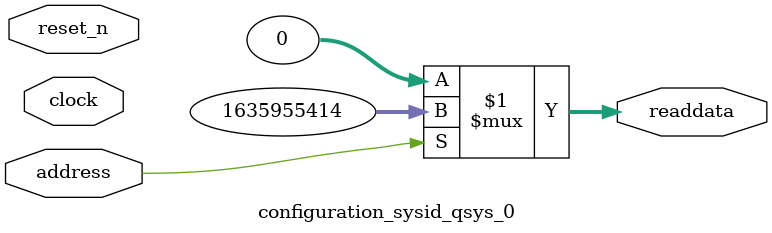
<source format=v>



// synthesis translate_off
`timescale 1ns / 1ps
// synthesis translate_on

// turn off superfluous verilog processor warnings 
// altera message_level Level1 
// altera message_off 10034 10035 10036 10037 10230 10240 10030 

module configuration_sysid_qsys_0 (
               // inputs:
                address,
                clock,
                reset_n,

               // outputs:
                readdata
             )
;

  output  [ 31: 0] readdata;
  input            address;
  input            clock;
  input            reset_n;

  wire    [ 31: 0] readdata;
  //control_slave, which is an e_avalon_slave
  assign readdata = address ? 1635955414 : 0;

endmodule



</source>
